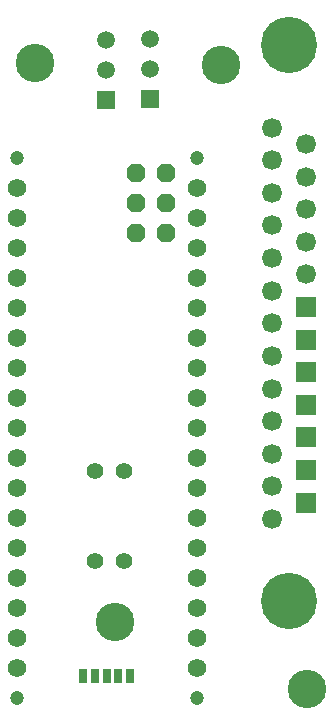
<source format=gbr>
G04 Layer_Color=255*
%FSLAX45Y45*%
%MOMM*%
%TF.FileFunction,Pads,Top*%
%TF.Part,Single*%
G01*
G75*
%TA.AperFunction,SMDPad,CuDef*%
%ADD10R,0.63500X1.27000*%
%TA.AperFunction,WasherPad*%
%ADD12C,3.25999*%
%TA.AperFunction,ComponentPad*%
%ADD13R,1.50000X1.50000*%
%ADD14C,1.50000*%
%ADD15C,1.69000*%
%ADD16R,1.69000X1.69000*%
%ADD17C,4.76000*%
%ADD18C,1.19990*%
G04:AMPARAMS|DCode=19|XSize=1.5748mm|YSize=1.5748mm|CornerRadius=0mm|HoleSize=0mm|Usage=FLASHONLY|Rotation=270.000|XOffset=0mm|YOffset=0mm|HoleType=Round|Shape=Octagon|*
%AMOCTAGOND19*
4,1,8,-0.39370,-0.78740,0.39370,-0.78740,0.78740,-0.39370,0.78740,0.39370,0.39370,0.78740,-0.39370,0.78740,-0.78740,0.39370,-0.78740,-0.39370,-0.39370,-0.78740,0.0*
%
%ADD19OCTAGOND19*%

%ADD20C,1.57480*%
%ADD21C,1.40000*%
D10*
X1204039Y514960D02*
D03*
X1102439D02*
D03*
X1005919D02*
D03*
X904319D02*
D03*
X805259D02*
D03*
D12*
X400002Y5699999D02*
D03*
X2699998Y399999D02*
D03*
X1970002Y5690001D02*
D03*
X1080001Y970001D02*
D03*
D13*
X1369698Y5397602D02*
D03*
X1000001Y5391998D02*
D03*
D14*
X1369698Y5651602D02*
D03*
Y5905602D02*
D03*
X1000001Y5645998D02*
D03*
Y5899998D02*
D03*
D15*
X2407999Y1843400D02*
D03*
Y2119498D02*
D03*
Y2395596D02*
D03*
Y2671699D02*
D03*
Y2947797D02*
D03*
Y3223900D02*
D03*
Y3499998D02*
D03*
Y3776096D02*
D03*
X2692002Y3914150D02*
D03*
X2407999Y4052199D02*
D03*
X2692002Y4190248D02*
D03*
X2407999Y4328297D02*
D03*
X2692002Y4466346D02*
D03*
X2407999Y4604400D02*
D03*
X2692002Y4742449D02*
D03*
X2407999Y4880498D02*
D03*
X2692002Y5018547D02*
D03*
X2407999Y5156596D02*
D03*
D16*
X2692002Y1981449D02*
D03*
Y2257547D02*
D03*
Y2533650D02*
D03*
Y2809748D02*
D03*
Y3085846D02*
D03*
Y3361949D02*
D03*
Y3638047D02*
D03*
D17*
X2550000Y5852597D02*
D03*
Y1147399D02*
D03*
D18*
X1772999Y4899000D02*
D03*
X248999D02*
D03*
Y327000D02*
D03*
X1772999D02*
D03*
D19*
X1506299Y4264000D02*
D03*
X1252299D02*
D03*
X1506299Y4518000D02*
D03*
X1252299D02*
D03*
X1506299Y4772000D02*
D03*
X1252299D02*
D03*
D20*
X248999Y2867000D02*
D03*
Y3121000D02*
D03*
Y4645000D02*
D03*
Y4391000D02*
D03*
Y4137000D02*
D03*
Y3883000D02*
D03*
Y3629000D02*
D03*
Y3375000D02*
D03*
Y581000D02*
D03*
Y835000D02*
D03*
Y1089000D02*
D03*
Y2613000D02*
D03*
Y2359000D02*
D03*
Y2105000D02*
D03*
Y1851000D02*
D03*
Y1597000D02*
D03*
Y1343000D02*
D03*
X1772999Y2867000D02*
D03*
Y3121000D02*
D03*
Y4645000D02*
D03*
Y4391000D02*
D03*
Y4137000D02*
D03*
Y3883000D02*
D03*
Y3629000D02*
D03*
Y3375000D02*
D03*
Y581000D02*
D03*
Y835000D02*
D03*
Y1089000D02*
D03*
Y2613000D02*
D03*
Y2359000D02*
D03*
Y2105000D02*
D03*
Y1851000D02*
D03*
Y1597000D02*
D03*
Y1343000D02*
D03*
D21*
X909501Y1489207D02*
D03*
Y2251207D02*
D03*
X1150801Y1489207D02*
D03*
Y2251207D02*
D03*
%TF.MD5,7150678660f9918f3d644cada06bb146*%
M02*

</source>
